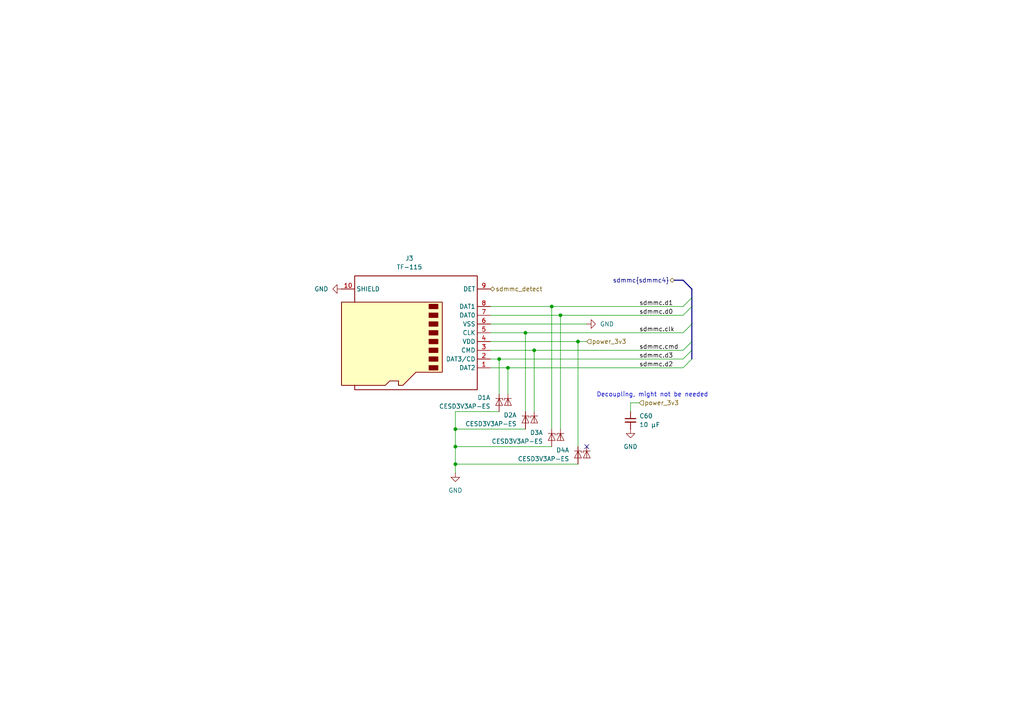
<source format=kicad_sch>
(kicad_sch (version 20231120) (generator "eeschema") (generator_version "8.0")
  (paper "A4")
  (title_block (title "Memory card port") (date "2024-11-14") (rev "Rev1") (comment 1 "Author: Aidan MacDonald"))
  (lib_symbols
    (symbol "Connector:Micro_SD_Card_Det1"
      (property "Reference" "J" (at -16.51 17.78 0))
      (property "Value" "Micro_SD_Card_Det1" (at 16.51 17.78 0))
      (symbol "Micro_SD_Card_Det1_0_1"
        (rectangle (start -7.62 -6.985) (end -5.08 -8.255) (stroke (width 0.254)) (fill (type outline)))
        (rectangle (start -7.62 -4.445) (end -5.08 -5.715) (stroke (width 0.254)) (fill (type outline)))
        (rectangle (start -7.62 -1.905) (end -5.08 -3.175) (stroke (width 0.254)) (fill (type outline)))
        (rectangle (start -7.62 0.635) (end -5.08 -0.635) (stroke (width 0.254)) (fill (type outline)))
        (rectangle (start -7.62 3.175) (end -5.08 1.905) (stroke (width 0.254)) (fill (type outline)))
        (rectangle (start -7.62 5.715) (end -5.08 4.445) (stroke (width 0.254)) (fill (type outline)))
        (rectangle (start -7.62 8.255) (end -5.08 6.985) (stroke (width 0.254)) (fill (type outline)))
        (rectangle (start -7.62 10.795) (end -5.08 9.525) (stroke (width 0.254)) (fill (type outline)))
        (polyline (pts (xy 16.51 15.24) (xy 16.51 16.51) (xy -19.05 16.51) (xy -19.05 -16.51) (xy 16.51 -16.51) (xy 16.51 -8.89)) (stroke (width 0.254)))
        (polyline (pts (xy -8.89 -8.89) (xy -8.89 11.43) (xy -1.27 11.43) (xy 2.54 15.24) (xy 3.81 15.24) (xy 3.81 13.97) (xy 6.35 13.97) (xy 7.62 15.24) (xy 20.32 15.24) (xy 20.32 -8.89) (xy -8.89 -8.89)) (stroke (width 0.254)) (fill (type background)))
      )
      (symbol "Micro_SD_Card_Det1_1_1"
        (pin bidirectional line (at -22.86 10.16 0) (length 3.81) (name "DAT2") (number "1"))
        (pin passive line (at 20.32 -12.7 180) (length 3.81) (name "SHIELD") (number "10"))
        (pin bidirectional line (at -22.86 7.62 0) (length 3.81) (name "DAT3/CD") (number "2"))
        (pin input line (at -22.86 5.08 0) (length 3.81) (name "CMD") (number "3"))
        (pin power_in line (at -22.86 2.54 0) (length 3.81) (name "VDD") (number "4"))
        (pin input line (at -22.86 0 0) (length 3.81) (name "CLK") (number "5"))
        (pin power_in line (at -22.86 -2.54 0) (length 3.81) (name "VSS") (number "6"))
        (pin bidirectional line (at -22.86 -5.08 0) (length 3.81) (name "DAT0") (number "7"))
        (pin bidirectional line (at -22.86 -7.62 0) (length 3.81) (name "DAT1") (number "8"))
        (pin passive line (at -22.86 -12.7 0) (length 3.81) (name "DET") (number "9"))
      )
    )
    (symbol "Device:C_Small" (pin_numbers hide) (pin_names (offset 0.254) hide)
      (property "Reference" "C" (at 0.254 1.778 0))
      (property "Value" "C_Small" (at 0.254 -2.032 0))
      (symbol "C_Small_0_1"
        (polyline (pts (xy -1.524 -0.508) (xy 1.524 -0.508)) (stroke (width 0.3302)))
        (polyline (pts (xy -1.524 0.508) (xy 1.524 0.508)) (stroke (width 0.3048)))
      )
      (symbol "C_Small_1_1"
        (pin passive line (at 0 2.54 270) (length 2.032) (name "~") (number "1"))
        (pin passive line (at 0 -2.54 90) (length 2.032) (name "~") (number "2"))
      )
    )
    (symbol "echoplayer:CESD3V3AP-ES" (pin_numbers hide) (pin_names hide)
      (property "Reference" "D" (at -1.524 2.54 0))
      (property "Value" "CESD3V3AP-ES" (at 0 -2.54 0))
      (symbol "CESD3V3AP-ES_0_1"
        (polyline (pts (xy 0.762 0) (xy -1.27 0)))
        (polyline (pts (xy -1.27 1.016) (xy -1.27 -1.016) (xy -0.762 -1.016)))
        (polyline (pts (xy 0.762 1.016) (xy -1.27 0) (xy 0.762 -1.016) (xy 0.762 1.016)))
      )
      (symbol "CESD3V3AP-ES_1_1"
        (pin passive line (at -2.54 0 0) (length 2.54) (name "K1") (number "1"))
        (pin passive line (at 2.54 0 180) (length 2.54) (name "A") (number "3"))
      )
      (symbol "CESD3V3AP-ES_2_1"
        (pin passive line (at -2.54 0 0) (length 2.54) (name "K2") (number "2"))
      )
    )
    (symbol "power:GND" (power) (pin_numbers hide) (pin_names (offset 0) hide)
      (property "Value" "GND" (at 0 -3.81 0))
      (symbol "GND_0_1"
        (polyline (pts (xy 0 0) (xy 0 -1.27) (xy 1.27 -1.27) (xy 0 -2.54) (xy -1.27 -1.27) (xy 0 -1.27)))
      )
      (symbol "GND_1_1"
        (pin power_in line (at 0 0 270) (length 0) (name "~") (number "1"))
      )
    )
  )
  (junction (at 147.32 106.68))
  (junction (at 154.94 101.6))
  (junction (at 132.08 129.54))
  (junction (at 162.56 91.44))
  (junction (at 132.08 134.62))
  (junction (at 167.64 99.06))
  (junction (at 144.78 104.14))
  (junction (at 132.08 124.46))
  (junction (at 152.4 96.52))
  (junction (at 160.02 88.9))
  (no_connect (at 170.18 129.54))
  (bus_entry (at 198.12 106.68) (size 2.54 -2.54))
  (bus_entry (at 198.12 101.6) (size 2.54 -2.54))
  (bus_entry (at 198.12 104.14) (size 2.54 -2.54))
  (bus_entry (at 198.12 88.9) (size 2.54 -2.54))
  (bus_entry (at 198.12 91.44) (size 2.54 -2.54))
  (bus_entry (at 198.12 96.52) (size 2.54 -2.54))
  (bus (pts (xy 200.66 93.98) (xy 200.66 99.06)))
  (wire (pts (xy 144.78 119.38) (xy 132.08 119.38)))
  (wire (pts (xy 152.4 96.52) (xy 198.12 96.52)))
  (wire (pts (xy 142.24 104.14) (xy 144.78 104.14)))
  (bus (pts (xy 200.66 86.36) (xy 200.66 88.9)))
  (wire (pts (xy 144.78 104.14) (xy 144.78 114.3)))
  (wire (pts (xy 147.32 106.68) (xy 147.32 114.3)))
  (wire (pts (xy 170.18 99.06) (xy 167.64 99.06)))
  (wire (pts (xy 182.88 119.38) (xy 182.88 116.84)))
  (wire (pts (xy 142.24 106.68) (xy 147.32 106.68)))
  (wire (pts (xy 142.24 101.6) (xy 154.94 101.6)))
  (wire (pts (xy 162.56 91.44) (xy 198.12 91.44)))
  (wire (pts (xy 142.24 96.52) (xy 152.4 96.52)))
  (wire (pts (xy 152.4 96.52) (xy 152.4 119.38)))
  (wire (pts (xy 132.08 134.62) (xy 132.08 137.16)))
  (bus (pts (xy 198.12 81.28) (xy 195.58 81.28)))
  (wire (pts (xy 142.24 88.9) (xy 160.02 88.9)))
  (wire (pts (xy 132.08 124.46) (xy 132.08 129.54)))
  (wire (pts (xy 160.02 88.9) (xy 160.02 124.46)))
  (wire (pts (xy 167.64 99.06) (xy 142.24 99.06)))
  (wire (pts (xy 132.08 119.38) (xy 132.08 124.46)))
  (wire (pts (xy 160.02 129.54) (xy 132.08 129.54)))
  (bus (pts (xy 200.66 99.06) (xy 200.66 101.6)))
  (wire (pts (xy 167.64 99.06) (xy 167.64 129.54)))
  (wire (pts (xy 162.56 91.44) (xy 162.56 124.46)))
  (bus (pts (xy 200.66 83.82) (xy 200.66 86.36)))
  (wire (pts (xy 144.78 104.14) (xy 198.12 104.14)))
  (wire (pts (xy 147.32 106.68) (xy 198.12 106.68)))
  (bus (pts (xy 200.66 101.6) (xy 200.66 104.14)))
  (wire (pts (xy 154.94 101.6) (xy 154.94 119.38)))
  (bus (pts (xy 200.66 83.82) (xy 198.12 81.28)))
  (wire (pts (xy 142.24 93.98) (xy 170.18 93.98)))
  (wire (pts (xy 154.94 101.6) (xy 198.12 101.6)))
  (wire (pts (xy 152.4 124.46) (xy 132.08 124.46)))
  (bus (pts (xy 200.66 88.9) (xy 200.66 93.98)))
  (wire (pts (xy 132.08 134.62) (xy 167.64 134.62)))
  (wire (pts (xy 182.88 116.84) (xy 185.42 116.84)))
  (wire (pts (xy 160.02 88.9) (xy 198.12 88.9)))
  (wire (pts (xy 132.08 129.54) (xy 132.08 134.62)))
  (wire (pts (xy 142.24 91.44) (xy 162.56 91.44)))
  (text "Decoupling, might not be needed" (at 189.23 114.554 0) (effects (font (size 1.27 1.27))))
  (label "sdmmc.d1" (at 185.42 88.9 0))
  (label "sdmmc.clk" (at 185.42 96.52 0))
  (label "sdmmc.cmd" (at 185.42 101.6 0))
  (label "sdmmc.d3" (at 185.42 104.14 0))
  (label "sdmmc.d2" (at 185.42 106.68 0))
  (label "sdmmc.d0" (at 185.42 91.44 0))
  (hierarchical_label "sdmmc_detect" (shape tri_state) (at 142.24 83.82 0))
  (hierarchical_label "power_3v3" (shape input) (at 185.42 116.84 0))
  (hierarchical_label "sdmmc{sdmmc4}" (shape bidirectional) (at 195.58 81.28 180))
  (hierarchical_label "power_3v3" (shape input) (at 170.18 99.06 0))
  (symbol (lib_id "echoplayer:CESD3V3AP-ES") (at 170.18 132.08 270) (unit 2)
    (property "Reference" "D4" (effects (hide yes)))
    (property "Value" "CESD3V3AP-ES" (effects (hide yes)))
    (property "Footprint" "Package_TO_SOT_SMD:SOT-23" (effects (hide yes)))
    (property "Datasheet" "https://www.lcsc.com/datasheet/lcsc_datasheet_2409051031_ElecSuper-CESD3V3AP-ES_C5199223.pdf" (effects (hide yes)))
    (property "Description" "Unidirectional dual ESD protection diode array, 3.3V, Common Anode, SOT-23" (effects (hide yes)))
    (property "LCSC#" "C5199223" (effects (hide yes)))
  )
  (symbol (lib_id "Device:C_Small") (at 182.88 121.92 0) (unit 1)
    (property "Reference" "C60" (at 185.42 120.6562 0) (effects (justify left)))
    (property "Value" "10 µF" (at 185.42 123.1962 0) (effects (justify left)))
    (property "Footprint" "Capacitor_SMD:C_0603_1608Metric" (effects (hide yes)))
    (property "Description" "Unpolarized capacitor, small symbol" (effects (hide yes)))
    (property "LCSC#" "C91606" (effects (hide yes)))
  )
  (symbol (lib_id "power:GND") (at 182.88 124.46 0) (unit 1)
    (property "Reference" "#PWR09" (effects (hide yes)))
    (property "Value" "GND" (at 182.88 129.54 0))
    (property "Description" "Power symbol creates a global label with name \"GND\" , ground" (effects (hide yes)))
  )
  (symbol (lib_id "echoplayer:CESD3V3AP-ES") (at 160.02 127 90) (mirror x) (unit 1)
    (property "Reference" "D3" (at 157.48 125.4759 90) (effects (justify left)))
    (property "Value" "CESD3V3AP-ES" (at 157.48 128.0159 90) (effects (justify left)))
    (property "Footprint" "Package_TO_SOT_SMD:SOT-23" (effects (hide yes)))
    (property "Datasheet" "https://www.lcsc.com/datasheet/lcsc_datasheet_2409051031_ElecSuper-CESD3V3AP-ES_C5199223.pdf" (effects (hide yes)))
    (property "Description" "Unidirectional dual ESD protection diode array, 3.3V, Common Anode, SOT-23" (effects (hide yes)))
    (property "LCSC#" "C5199223" (effects (hide yes)))
  )
  (symbol (lib_id "echoplayer:CESD3V3AP-ES") (at 162.56 127 270) (unit 2)
    (property "Reference" "D3" (effects (hide yes)))
    (property "Value" "CESD3V3AP-ES" (effects (hide yes)))
    (property "Footprint" "Package_TO_SOT_SMD:SOT-23" (effects (hide yes)))
    (property "Datasheet" "https://www.lcsc.com/datasheet/lcsc_datasheet_2409051031_ElecSuper-CESD3V3AP-ES_C5199223.pdf" (effects (hide yes)))
    (property "Description" "Unidirectional dual ESD protection diode array, 3.3V, Common Anode, SOT-23" (effects (hide yes)))
    (property "LCSC#" "C5199223" (effects (hide yes)))
  )
  (symbol (lib_id "Connector:Micro_SD_Card_Det1") (at 119.38 96.52 180) (unit 1)
    (property "Reference" "J3" (at 118.745 74.93 0))
    (property "Value" "TF-115" (at 118.745 77.47 0))
    (property "Footprint" "echoplayer:microSD_XUNPU_TF-115" (effects (hide yes)))
    (property "Datasheet" "https://www.lcsc.com/datasheet/lcsc_datasheet_2109061830_XUNPU-TF-115_C266620.pdf" (effects (hide yes)))
    (property "Description" "Micro SD Card Socket with one card detection pin" (effects (hide yes)))
    (property "LCSC#" "C720505" (effects (hide yes)))
  )
  (symbol (lib_id "echoplayer:CESD3V3AP-ES") (at 154.94 121.92 270) (unit 2)
    (property "Reference" "D2" (effects (hide yes)))
    (property "Value" "CESD3V3AP-ES" (effects (hide yes)))
    (property "Footprint" "Package_TO_SOT_SMD:SOT-23" (effects (hide yes)))
    (property "Datasheet" "https://www.lcsc.com/datasheet/lcsc_datasheet_2409051031_ElecSuper-CESD3V3AP-ES_C5199223.pdf" (effects (hide yes)))
    (property "Description" "Unidirectional dual ESD protection diode array, 3.3V, Common Anode, SOT-23" (effects (hide yes)))
    (property "LCSC#" "C5199223" (effects (hide yes)))
  )
  (symbol (lib_id "echoplayer:CESD3V3AP-ES") (at 152.4 121.92 90) (mirror x) (unit 1)
    (property "Reference" "D2" (at 149.86 120.3959 90) (effects (justify left)))
    (property "Value" "CESD3V3AP-ES" (at 149.86 122.9359 90) (effects (justify left)))
    (property "Footprint" "Package_TO_SOT_SMD:SOT-23" (effects (hide yes)))
    (property "Datasheet" "https://www.lcsc.com/datasheet/lcsc_datasheet_2409051031_ElecSuper-CESD3V3AP-ES_C5199223.pdf" (effects (hide yes)))
    (property "Description" "Unidirectional dual ESD protection diode array, 3.3V, Common Anode, SOT-23" (effects (hide yes)))
    (property "LCSC#" "C5199223" (effects (hide yes)))
  )
  (symbol (lib_id "echoplayer:CESD3V3AP-ES") (at 144.78 116.84 90) (mirror x) (unit 1)
    (property "Reference" "D1" (at 142.24 115.3159 90) (effects (justify left)))
    (property "Value" "CESD3V3AP-ES" (at 142.24 117.8559 90) (effects (justify left)))
    (property "Footprint" "Package_TO_SOT_SMD:SOT-23" (effects (hide yes)))
    (property "Datasheet" "https://www.lcsc.com/datasheet/lcsc_datasheet_2409051031_ElecSuper-CESD3V3AP-ES_C5199223.pdf" (effects (hide yes)))
    (property "Description" "Unidirectional dual ESD protection diode array, 3.3V, Common Anode, SOT-23" (effects (hide yes)))
    (property "LCSC#" "C5199223" (effects (hide yes)))
  )
  (symbol (lib_id "power:GND") (at 99.06 83.82 270) (unit 1)
    (property "Reference" "#PWR040" (effects (hide yes)))
    (property "Value" "GND" (at 95.25 83.8199 90) (effects (justify right)))
    (property "Description" "Power symbol creates a global label with name \"GND\" , ground" (effects (hide yes)))
  )
  (symbol (lib_id "echoplayer:CESD3V3AP-ES") (at 167.64 132.08 90) (mirror x) (unit 1)
    (property "Reference" "D4" (at 165.1 130.5559 90) (effects (justify left)))
    (property "Value" "CESD3V3AP-ES" (at 165.1 133.0959 90) (effects (justify left)))
    (property "Footprint" "Package_TO_SOT_SMD:SOT-23" (effects (hide yes)))
    (property "Datasheet" "https://www.lcsc.com/datasheet/lcsc_datasheet_2409051031_ElecSuper-CESD3V3AP-ES_C5199223.pdf" (effects (hide yes)))
    (property "Description" "Unidirectional dual ESD protection diode array, 3.3V, Common Anode, SOT-23" (effects (hide yes)))
    (property "LCSC#" "C5199223" (effects (hide yes)))
  )
  (symbol (lib_id "power:GND") (at 170.18 93.98 90) (unit 1)
    (property "Reference" "#PWR042" (effects (hide yes)))
    (property "Value" "GND" (at 173.99 93.9799 90) (effects (justify right)))
    (property "Description" "Power symbol creates a global label with name \"GND\" , ground" (effects (hide yes)))
  )
  (symbol (lib_id "echoplayer:CESD3V3AP-ES") (at 147.32 116.84 270) (unit 2)
    (property "Reference" "D1" (effects (hide yes)))
    (property "Value" "CESD3V3AP-ES" (effects (hide yes)))
    (property "Footprint" "Package_TO_SOT_SMD:SOT-23" (effects (hide yes)))
    (property "Datasheet" "https://www.lcsc.com/datasheet/lcsc_datasheet_2409051031_ElecSuper-CESD3V3AP-ES_C5199223.pdf" (effects (hide yes)))
    (property "Description" "Unidirectional dual ESD protection diode array, 3.3V, Common Anode, SOT-23" (effects (hide yes)))
    (property "LCSC#" "C5199223" (effects (hide yes)))
  )
  (symbol (lib_id "power:GND") (at 132.08 137.16 0) (unit 1)
    (property "Reference" "#PWR041" (effects (hide yes)))
    (property "Value" "GND" (at 132.08 142.24 0))
    (property "Description" "Power symbol creates a global label with name \"GND\" , ground" (effects (hide yes)))
  )
)
</source>
